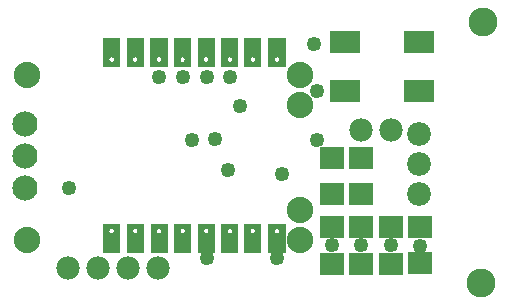
<source format=gts>
G04 MADE WITH FRITZING*
G04 WWW.FRITZING.ORG*
G04 DOUBLE SIDED*
G04 HOLES PLATED*
G04 CONTOUR ON CENTER OF CONTOUR VECTOR*
%ASAXBY*%
%FSLAX23Y23*%
%MOIN*%
%OFA0B0*%
%SFA1.0B1.0*%
%ADD10C,0.049370*%
%ADD11C,0.096614*%
%ADD12C,0.088000*%
%ADD13C,0.077559*%
%ADD14C,0.079444*%
%ADD15C,0.084000*%
%ADD16R,0.084803X0.072992*%
%ADD17R,0.100551X0.072992*%
%ADD18R,0.001000X0.001000*%
%LNMASK1*%
G90*
G70*
G54D10*
X199Y391D03*
X1026Y715D03*
X1026Y553D03*
G54D11*
X1577Y946D03*
X1572Y75D03*
G54D12*
X58Y218D03*
X58Y770D03*
X967Y218D03*
X967Y318D03*
X967Y670D03*
X967Y770D03*
X58Y218D03*
X58Y770D03*
X967Y218D03*
X967Y318D03*
X967Y670D03*
X967Y770D03*
G54D13*
X1273Y587D03*
X1173Y587D03*
G54D14*
X1365Y374D03*
X1365Y474D03*
X1365Y574D03*
X1365Y374D03*
X1365Y474D03*
X1365Y574D03*
G54D10*
X730Y454D03*
X1075Y203D03*
X686Y555D03*
X657Y764D03*
X499Y764D03*
X578Y764D03*
X1370Y198D03*
X893Y159D03*
X607Y553D03*
X735Y764D03*
X657Y159D03*
X1016Y873D03*
X908Y440D03*
X1173Y203D03*
X1272Y203D03*
G54D13*
X196Y125D03*
X296Y125D03*
X396Y125D03*
X496Y125D03*
G54D15*
X51Y606D03*
X51Y499D03*
X51Y392D03*
X51Y606D03*
X51Y499D03*
X51Y392D03*
G54D10*
X770Y666D03*
G54D16*
X1075Y140D03*
X1075Y262D03*
X1173Y140D03*
X1173Y262D03*
X1173Y372D03*
X1173Y494D03*
X1272Y140D03*
X1272Y262D03*
X1370Y263D03*
X1370Y141D03*
X1075Y372D03*
X1075Y494D03*
G54D17*
X1117Y878D03*
X1365Y878D03*
X1117Y715D03*
X1365Y715D03*
G54D18*
X313Y893D02*
X369Y893D01*
X392Y893D02*
X448Y893D01*
X471Y893D02*
X527Y893D01*
X549Y893D02*
X605Y893D01*
X628Y893D02*
X684Y893D01*
X707Y893D02*
X763Y893D01*
X783Y893D02*
X839Y893D01*
X864Y893D02*
X920Y893D01*
X313Y892D02*
X369Y892D01*
X392Y892D02*
X448Y892D01*
X470Y892D02*
X527Y892D01*
X549Y892D02*
X605Y892D01*
X628Y892D02*
X684Y892D01*
X707Y892D02*
X763Y892D01*
X783Y892D02*
X839Y892D01*
X864Y892D02*
X920Y892D01*
X313Y891D02*
X369Y891D01*
X392Y891D02*
X448Y891D01*
X470Y891D02*
X527Y891D01*
X549Y891D02*
X605Y891D01*
X628Y891D02*
X684Y891D01*
X707Y891D02*
X763Y891D01*
X783Y891D02*
X839Y891D01*
X864Y891D02*
X920Y891D01*
X313Y890D02*
X369Y890D01*
X392Y890D02*
X448Y890D01*
X470Y890D02*
X527Y890D01*
X549Y890D02*
X605Y890D01*
X628Y890D02*
X684Y890D01*
X707Y890D02*
X763Y890D01*
X783Y890D02*
X839Y890D01*
X864Y890D02*
X920Y890D01*
X313Y889D02*
X369Y889D01*
X392Y889D02*
X448Y889D01*
X470Y889D02*
X527Y889D01*
X549Y889D02*
X605Y889D01*
X628Y889D02*
X684Y889D01*
X707Y889D02*
X763Y889D01*
X783Y889D02*
X839Y889D01*
X864Y889D02*
X920Y889D01*
X313Y888D02*
X369Y888D01*
X392Y888D02*
X448Y888D01*
X470Y888D02*
X527Y888D01*
X549Y888D02*
X605Y888D01*
X628Y888D02*
X684Y888D01*
X707Y888D02*
X763Y888D01*
X783Y888D02*
X839Y888D01*
X864Y888D02*
X920Y888D01*
X313Y887D02*
X369Y887D01*
X392Y887D02*
X448Y887D01*
X470Y887D02*
X527Y887D01*
X549Y887D02*
X605Y887D01*
X628Y887D02*
X684Y887D01*
X707Y887D02*
X763Y887D01*
X783Y887D02*
X839Y887D01*
X864Y887D02*
X920Y887D01*
X313Y886D02*
X369Y886D01*
X392Y886D02*
X448Y886D01*
X470Y886D02*
X527Y886D01*
X549Y886D02*
X605Y886D01*
X628Y886D02*
X684Y886D01*
X707Y886D02*
X763Y886D01*
X783Y886D02*
X839Y886D01*
X864Y886D02*
X920Y886D01*
X313Y885D02*
X369Y885D01*
X392Y885D02*
X448Y885D01*
X470Y885D02*
X527Y885D01*
X549Y885D02*
X605Y885D01*
X628Y885D02*
X684Y885D01*
X707Y885D02*
X763Y885D01*
X783Y885D02*
X839Y885D01*
X864Y885D02*
X920Y885D01*
X313Y884D02*
X369Y884D01*
X392Y884D02*
X448Y884D01*
X470Y884D02*
X527Y884D01*
X549Y884D02*
X605Y884D01*
X628Y884D02*
X684Y884D01*
X707Y884D02*
X763Y884D01*
X783Y884D02*
X839Y884D01*
X864Y884D02*
X920Y884D01*
X313Y883D02*
X369Y883D01*
X392Y883D02*
X448Y883D01*
X470Y883D02*
X527Y883D01*
X549Y883D02*
X605Y883D01*
X628Y883D02*
X684Y883D01*
X707Y883D02*
X763Y883D01*
X783Y883D02*
X839Y883D01*
X864Y883D02*
X920Y883D01*
X313Y882D02*
X369Y882D01*
X392Y882D02*
X448Y882D01*
X470Y882D02*
X527Y882D01*
X549Y882D02*
X605Y882D01*
X628Y882D02*
X684Y882D01*
X707Y882D02*
X763Y882D01*
X783Y882D02*
X839Y882D01*
X864Y882D02*
X920Y882D01*
X313Y881D02*
X369Y881D01*
X392Y881D02*
X448Y881D01*
X470Y881D02*
X527Y881D01*
X549Y881D02*
X605Y881D01*
X628Y881D02*
X684Y881D01*
X707Y881D02*
X763Y881D01*
X783Y881D02*
X839Y881D01*
X864Y881D02*
X920Y881D01*
X313Y880D02*
X369Y880D01*
X392Y880D02*
X448Y880D01*
X470Y880D02*
X527Y880D01*
X549Y880D02*
X605Y880D01*
X628Y880D02*
X684Y880D01*
X707Y880D02*
X763Y880D01*
X783Y880D02*
X839Y880D01*
X864Y880D02*
X920Y880D01*
X313Y879D02*
X369Y879D01*
X392Y879D02*
X448Y879D01*
X470Y879D02*
X527Y879D01*
X549Y879D02*
X605Y879D01*
X628Y879D02*
X684Y879D01*
X707Y879D02*
X763Y879D01*
X783Y879D02*
X839Y879D01*
X864Y879D02*
X920Y879D01*
X313Y878D02*
X369Y878D01*
X392Y878D02*
X448Y878D01*
X470Y878D02*
X527Y878D01*
X549Y878D02*
X605Y878D01*
X628Y878D02*
X684Y878D01*
X707Y878D02*
X763Y878D01*
X783Y878D02*
X839Y878D01*
X864Y878D02*
X920Y878D01*
X313Y877D02*
X369Y877D01*
X392Y877D02*
X448Y877D01*
X470Y877D02*
X527Y877D01*
X549Y877D02*
X605Y877D01*
X628Y877D02*
X684Y877D01*
X707Y877D02*
X763Y877D01*
X783Y877D02*
X839Y877D01*
X864Y877D02*
X920Y877D01*
X313Y876D02*
X369Y876D01*
X392Y876D02*
X448Y876D01*
X470Y876D02*
X527Y876D01*
X549Y876D02*
X605Y876D01*
X628Y876D02*
X684Y876D01*
X707Y876D02*
X763Y876D01*
X783Y876D02*
X839Y876D01*
X864Y876D02*
X920Y876D01*
X313Y875D02*
X369Y875D01*
X392Y875D02*
X448Y875D01*
X470Y875D02*
X527Y875D01*
X549Y875D02*
X605Y875D01*
X628Y875D02*
X684Y875D01*
X707Y875D02*
X763Y875D01*
X783Y875D02*
X839Y875D01*
X864Y875D02*
X920Y875D01*
X313Y874D02*
X369Y874D01*
X392Y874D02*
X448Y874D01*
X470Y874D02*
X527Y874D01*
X549Y874D02*
X605Y874D01*
X628Y874D02*
X684Y874D01*
X707Y874D02*
X763Y874D01*
X783Y874D02*
X839Y874D01*
X864Y874D02*
X920Y874D01*
X313Y873D02*
X369Y873D01*
X392Y873D02*
X448Y873D01*
X470Y873D02*
X527Y873D01*
X549Y873D02*
X605Y873D01*
X628Y873D02*
X684Y873D01*
X707Y873D02*
X763Y873D01*
X783Y873D02*
X839Y873D01*
X864Y873D02*
X920Y873D01*
X313Y872D02*
X369Y872D01*
X392Y872D02*
X448Y872D01*
X470Y872D02*
X527Y872D01*
X549Y872D02*
X605Y872D01*
X628Y872D02*
X684Y872D01*
X707Y872D02*
X763Y872D01*
X783Y872D02*
X839Y872D01*
X864Y872D02*
X920Y872D01*
X313Y871D02*
X369Y871D01*
X392Y871D02*
X448Y871D01*
X470Y871D02*
X527Y871D01*
X549Y871D02*
X605Y871D01*
X628Y871D02*
X684Y871D01*
X707Y871D02*
X763Y871D01*
X783Y871D02*
X839Y871D01*
X864Y871D02*
X920Y871D01*
X313Y870D02*
X369Y870D01*
X392Y870D02*
X448Y870D01*
X470Y870D02*
X527Y870D01*
X549Y870D02*
X605Y870D01*
X628Y870D02*
X684Y870D01*
X707Y870D02*
X763Y870D01*
X783Y870D02*
X839Y870D01*
X864Y870D02*
X920Y870D01*
X313Y869D02*
X369Y869D01*
X392Y869D02*
X448Y869D01*
X470Y869D02*
X527Y869D01*
X549Y869D02*
X605Y869D01*
X628Y869D02*
X684Y869D01*
X707Y869D02*
X763Y869D01*
X783Y869D02*
X839Y869D01*
X864Y869D02*
X920Y869D01*
X313Y868D02*
X369Y868D01*
X392Y868D02*
X448Y868D01*
X470Y868D02*
X527Y868D01*
X549Y868D02*
X605Y868D01*
X628Y868D02*
X684Y868D01*
X707Y868D02*
X763Y868D01*
X783Y868D02*
X839Y868D01*
X864Y868D02*
X920Y868D01*
X313Y867D02*
X369Y867D01*
X392Y867D02*
X448Y867D01*
X470Y867D02*
X527Y867D01*
X549Y867D02*
X605Y867D01*
X628Y867D02*
X684Y867D01*
X707Y867D02*
X763Y867D01*
X783Y867D02*
X839Y867D01*
X864Y867D02*
X920Y867D01*
X313Y866D02*
X369Y866D01*
X392Y866D02*
X448Y866D01*
X470Y866D02*
X527Y866D01*
X549Y866D02*
X605Y866D01*
X628Y866D02*
X684Y866D01*
X707Y866D02*
X763Y866D01*
X783Y866D02*
X839Y866D01*
X864Y866D02*
X920Y866D01*
X313Y865D02*
X369Y865D01*
X392Y865D02*
X448Y865D01*
X470Y865D02*
X527Y865D01*
X549Y865D02*
X605Y865D01*
X628Y865D02*
X684Y865D01*
X707Y865D02*
X763Y865D01*
X783Y865D02*
X839Y865D01*
X864Y865D02*
X920Y865D01*
X313Y864D02*
X369Y864D01*
X392Y864D02*
X448Y864D01*
X470Y864D02*
X527Y864D01*
X549Y864D02*
X605Y864D01*
X628Y864D02*
X684Y864D01*
X707Y864D02*
X763Y864D01*
X783Y864D02*
X839Y864D01*
X864Y864D02*
X920Y864D01*
X313Y863D02*
X369Y863D01*
X392Y863D02*
X448Y863D01*
X470Y863D02*
X527Y863D01*
X549Y863D02*
X605Y863D01*
X628Y863D02*
X684Y863D01*
X707Y863D02*
X763Y863D01*
X783Y863D02*
X839Y863D01*
X864Y863D02*
X920Y863D01*
X313Y862D02*
X369Y862D01*
X392Y862D02*
X448Y862D01*
X470Y862D02*
X527Y862D01*
X549Y862D02*
X605Y862D01*
X628Y862D02*
X684Y862D01*
X707Y862D02*
X763Y862D01*
X783Y862D02*
X839Y862D01*
X864Y862D02*
X920Y862D01*
X313Y861D02*
X369Y861D01*
X392Y861D02*
X448Y861D01*
X470Y861D02*
X527Y861D01*
X549Y861D02*
X605Y861D01*
X628Y861D02*
X684Y861D01*
X707Y861D02*
X763Y861D01*
X783Y861D02*
X839Y861D01*
X864Y861D02*
X920Y861D01*
X313Y860D02*
X369Y860D01*
X392Y860D02*
X448Y860D01*
X470Y860D02*
X527Y860D01*
X549Y860D02*
X605Y860D01*
X628Y860D02*
X684Y860D01*
X707Y860D02*
X763Y860D01*
X783Y860D02*
X839Y860D01*
X864Y860D02*
X920Y860D01*
X313Y859D02*
X369Y859D01*
X392Y859D02*
X448Y859D01*
X470Y859D02*
X527Y859D01*
X549Y859D02*
X605Y859D01*
X628Y859D02*
X684Y859D01*
X707Y859D02*
X763Y859D01*
X783Y859D02*
X839Y859D01*
X864Y859D02*
X920Y859D01*
X313Y858D02*
X369Y858D01*
X392Y858D02*
X448Y858D01*
X470Y858D02*
X527Y858D01*
X549Y858D02*
X605Y858D01*
X628Y858D02*
X684Y858D01*
X707Y858D02*
X763Y858D01*
X783Y858D02*
X839Y858D01*
X864Y858D02*
X920Y858D01*
X313Y857D02*
X369Y857D01*
X392Y857D02*
X448Y857D01*
X470Y857D02*
X527Y857D01*
X549Y857D02*
X605Y857D01*
X628Y857D02*
X684Y857D01*
X707Y857D02*
X763Y857D01*
X783Y857D02*
X839Y857D01*
X864Y857D02*
X920Y857D01*
X313Y856D02*
X369Y856D01*
X392Y856D02*
X448Y856D01*
X470Y856D02*
X527Y856D01*
X549Y856D02*
X605Y856D01*
X628Y856D02*
X684Y856D01*
X707Y856D02*
X763Y856D01*
X783Y856D02*
X839Y856D01*
X864Y856D02*
X920Y856D01*
X313Y855D02*
X369Y855D01*
X392Y855D02*
X448Y855D01*
X470Y855D02*
X527Y855D01*
X549Y855D02*
X605Y855D01*
X628Y855D02*
X684Y855D01*
X707Y855D02*
X763Y855D01*
X783Y855D02*
X839Y855D01*
X864Y855D02*
X920Y855D01*
X313Y854D02*
X369Y854D01*
X392Y854D02*
X448Y854D01*
X470Y854D02*
X527Y854D01*
X549Y854D02*
X605Y854D01*
X628Y854D02*
X684Y854D01*
X707Y854D02*
X763Y854D01*
X783Y854D02*
X839Y854D01*
X864Y854D02*
X920Y854D01*
X313Y853D02*
X369Y853D01*
X392Y853D02*
X448Y853D01*
X470Y853D02*
X527Y853D01*
X549Y853D02*
X605Y853D01*
X628Y853D02*
X684Y853D01*
X707Y853D02*
X763Y853D01*
X783Y853D02*
X839Y853D01*
X864Y853D02*
X920Y853D01*
X313Y852D02*
X369Y852D01*
X392Y852D02*
X448Y852D01*
X470Y852D02*
X527Y852D01*
X549Y852D02*
X605Y852D01*
X628Y852D02*
X684Y852D01*
X707Y852D02*
X763Y852D01*
X783Y852D02*
X839Y852D01*
X864Y852D02*
X920Y852D01*
X313Y851D02*
X369Y851D01*
X392Y851D02*
X448Y851D01*
X470Y851D02*
X527Y851D01*
X549Y851D02*
X605Y851D01*
X628Y851D02*
X684Y851D01*
X707Y851D02*
X763Y851D01*
X783Y851D02*
X839Y851D01*
X864Y851D02*
X920Y851D01*
X313Y850D02*
X369Y850D01*
X392Y850D02*
X448Y850D01*
X470Y850D02*
X527Y850D01*
X549Y850D02*
X605Y850D01*
X628Y850D02*
X684Y850D01*
X707Y850D02*
X763Y850D01*
X783Y850D02*
X839Y850D01*
X864Y850D02*
X920Y850D01*
X313Y849D02*
X369Y849D01*
X392Y849D02*
X448Y849D01*
X470Y849D02*
X527Y849D01*
X549Y849D02*
X605Y849D01*
X628Y849D02*
X684Y849D01*
X707Y849D02*
X763Y849D01*
X783Y849D02*
X839Y849D01*
X864Y849D02*
X920Y849D01*
X313Y848D02*
X369Y848D01*
X392Y848D02*
X448Y848D01*
X470Y848D02*
X527Y848D01*
X549Y848D02*
X605Y848D01*
X628Y848D02*
X684Y848D01*
X707Y848D02*
X763Y848D01*
X783Y848D02*
X839Y848D01*
X864Y848D02*
X920Y848D01*
X313Y847D02*
X369Y847D01*
X392Y847D02*
X448Y847D01*
X470Y847D02*
X527Y847D01*
X549Y847D02*
X605Y847D01*
X628Y847D02*
X684Y847D01*
X707Y847D02*
X763Y847D01*
X783Y847D02*
X839Y847D01*
X864Y847D02*
X920Y847D01*
X313Y846D02*
X369Y846D01*
X392Y846D02*
X448Y846D01*
X470Y846D02*
X527Y846D01*
X549Y846D02*
X605Y846D01*
X628Y846D02*
X684Y846D01*
X707Y846D02*
X763Y846D01*
X783Y846D02*
X839Y846D01*
X864Y846D02*
X920Y846D01*
X313Y845D02*
X369Y845D01*
X392Y845D02*
X448Y845D01*
X470Y845D02*
X527Y845D01*
X549Y845D02*
X605Y845D01*
X628Y845D02*
X684Y845D01*
X707Y845D02*
X763Y845D01*
X783Y845D02*
X839Y845D01*
X864Y845D02*
X920Y845D01*
X313Y844D02*
X369Y844D01*
X392Y844D02*
X448Y844D01*
X470Y844D02*
X527Y844D01*
X549Y844D02*
X605Y844D01*
X628Y844D02*
X684Y844D01*
X707Y844D02*
X763Y844D01*
X783Y844D02*
X839Y844D01*
X864Y844D02*
X920Y844D01*
X313Y843D02*
X369Y843D01*
X392Y843D02*
X448Y843D01*
X470Y843D02*
X527Y843D01*
X549Y843D02*
X605Y843D01*
X628Y843D02*
X684Y843D01*
X707Y843D02*
X763Y843D01*
X783Y843D02*
X839Y843D01*
X864Y843D02*
X920Y843D01*
X313Y842D02*
X369Y842D01*
X392Y842D02*
X448Y842D01*
X470Y842D02*
X527Y842D01*
X549Y842D02*
X605Y842D01*
X628Y842D02*
X684Y842D01*
X707Y842D02*
X763Y842D01*
X783Y842D02*
X839Y842D01*
X864Y842D02*
X920Y842D01*
X313Y841D02*
X369Y841D01*
X392Y841D02*
X448Y841D01*
X470Y841D02*
X527Y841D01*
X549Y841D02*
X605Y841D01*
X628Y841D02*
X684Y841D01*
X707Y841D02*
X763Y841D01*
X783Y841D02*
X839Y841D01*
X864Y841D02*
X920Y841D01*
X313Y840D02*
X369Y840D01*
X392Y840D02*
X448Y840D01*
X470Y840D02*
X527Y840D01*
X549Y840D02*
X605Y840D01*
X628Y840D02*
X684Y840D01*
X707Y840D02*
X763Y840D01*
X783Y840D02*
X839Y840D01*
X864Y840D02*
X920Y840D01*
X313Y839D02*
X369Y839D01*
X392Y839D02*
X448Y839D01*
X470Y839D02*
X527Y839D01*
X549Y839D02*
X605Y839D01*
X628Y839D02*
X684Y839D01*
X707Y839D02*
X763Y839D01*
X783Y839D02*
X839Y839D01*
X864Y839D02*
X920Y839D01*
X313Y838D02*
X369Y838D01*
X392Y838D02*
X448Y838D01*
X470Y838D02*
X527Y838D01*
X549Y838D02*
X605Y838D01*
X628Y838D02*
X684Y838D01*
X707Y838D02*
X763Y838D01*
X783Y838D02*
X839Y838D01*
X864Y838D02*
X920Y838D01*
X313Y837D02*
X369Y837D01*
X392Y837D02*
X448Y837D01*
X470Y837D02*
X527Y837D01*
X549Y837D02*
X605Y837D01*
X628Y837D02*
X684Y837D01*
X707Y837D02*
X763Y837D01*
X783Y837D02*
X839Y837D01*
X864Y837D02*
X920Y837D01*
X313Y836D02*
X369Y836D01*
X392Y836D02*
X448Y836D01*
X470Y836D02*
X527Y836D01*
X549Y836D02*
X605Y836D01*
X628Y836D02*
X684Y836D01*
X707Y836D02*
X763Y836D01*
X783Y836D02*
X839Y836D01*
X864Y836D02*
X920Y836D01*
X313Y835D02*
X369Y835D01*
X392Y835D02*
X448Y835D01*
X470Y835D02*
X527Y835D01*
X549Y835D02*
X605Y835D01*
X628Y835D02*
X684Y835D01*
X707Y835D02*
X763Y835D01*
X783Y835D02*
X839Y835D01*
X864Y835D02*
X920Y835D01*
X313Y834D02*
X369Y834D01*
X392Y834D02*
X448Y834D01*
X470Y834D02*
X527Y834D01*
X549Y834D02*
X605Y834D01*
X628Y834D02*
X684Y834D01*
X707Y834D02*
X763Y834D01*
X783Y834D02*
X839Y834D01*
X864Y834D02*
X920Y834D01*
X313Y833D02*
X369Y833D01*
X392Y833D02*
X448Y833D01*
X470Y833D02*
X527Y833D01*
X549Y833D02*
X605Y833D01*
X628Y833D02*
X684Y833D01*
X707Y833D02*
X763Y833D01*
X783Y833D02*
X839Y833D01*
X864Y833D02*
X920Y833D01*
X313Y832D02*
X369Y832D01*
X392Y832D02*
X448Y832D01*
X470Y832D02*
X527Y832D01*
X549Y832D02*
X605Y832D01*
X628Y832D02*
X684Y832D01*
X707Y832D02*
X763Y832D01*
X783Y832D02*
X839Y832D01*
X864Y832D02*
X920Y832D01*
X313Y831D02*
X369Y831D01*
X392Y831D02*
X448Y831D01*
X470Y831D02*
X527Y831D01*
X549Y831D02*
X605Y831D01*
X628Y831D02*
X684Y831D01*
X707Y831D02*
X763Y831D01*
X783Y831D02*
X839Y831D01*
X864Y831D02*
X920Y831D01*
X313Y830D02*
X369Y830D01*
X392Y830D02*
X448Y830D01*
X470Y830D02*
X527Y830D01*
X549Y830D02*
X605Y830D01*
X628Y830D02*
X684Y830D01*
X707Y830D02*
X763Y830D01*
X783Y830D02*
X839Y830D01*
X864Y830D02*
X920Y830D01*
X313Y829D02*
X369Y829D01*
X392Y829D02*
X448Y829D01*
X470Y829D02*
X527Y829D01*
X549Y829D02*
X605Y829D01*
X628Y829D02*
X684Y829D01*
X707Y829D02*
X763Y829D01*
X783Y829D02*
X839Y829D01*
X864Y829D02*
X920Y829D01*
X313Y828D02*
X369Y828D01*
X392Y828D02*
X448Y828D01*
X470Y828D02*
X527Y828D01*
X549Y828D02*
X605Y828D01*
X628Y828D02*
X684Y828D01*
X707Y828D02*
X763Y828D01*
X783Y828D02*
X839Y828D01*
X864Y828D02*
X920Y828D01*
X313Y827D02*
X338Y827D01*
X344Y827D02*
X369Y827D01*
X392Y827D02*
X417Y827D01*
X422Y827D02*
X448Y827D01*
X470Y827D02*
X496Y827D01*
X501Y827D02*
X527Y827D01*
X549Y827D02*
X575Y827D01*
X580Y827D02*
X605Y827D01*
X628Y827D02*
X653Y827D01*
X659Y827D02*
X684Y827D01*
X707Y827D02*
X732Y827D01*
X737Y827D02*
X763Y827D01*
X783Y827D02*
X809Y827D01*
X814Y827D02*
X839Y827D01*
X864Y827D02*
X890Y827D01*
X895Y827D02*
X920Y827D01*
X313Y826D02*
X336Y826D01*
X346Y826D02*
X369Y826D01*
X392Y826D02*
X415Y826D01*
X424Y826D02*
X448Y826D01*
X470Y826D02*
X494Y826D01*
X503Y826D02*
X527Y826D01*
X549Y826D02*
X573Y826D01*
X582Y826D02*
X605Y826D01*
X628Y826D02*
X651Y826D01*
X661Y826D02*
X684Y826D01*
X707Y826D02*
X730Y826D01*
X739Y826D02*
X763Y826D01*
X783Y826D02*
X807Y826D01*
X816Y826D02*
X839Y826D01*
X864Y826D02*
X888Y826D01*
X897Y826D02*
X920Y826D01*
X313Y825D02*
X335Y825D01*
X347Y825D02*
X369Y825D01*
X392Y825D02*
X414Y825D01*
X426Y825D02*
X448Y825D01*
X470Y825D02*
X493Y825D01*
X504Y825D02*
X527Y825D01*
X549Y825D02*
X572Y825D01*
X583Y825D02*
X605Y825D01*
X628Y825D02*
X650Y825D01*
X662Y825D02*
X684Y825D01*
X707Y825D02*
X729Y825D01*
X740Y825D02*
X763Y825D01*
X783Y825D02*
X806Y825D01*
X817Y825D02*
X839Y825D01*
X864Y825D02*
X886Y825D01*
X898Y825D02*
X920Y825D01*
X313Y824D02*
X335Y824D01*
X348Y824D02*
X369Y824D01*
X392Y824D02*
X413Y824D01*
X426Y824D02*
X448Y824D01*
X470Y824D02*
X492Y824D01*
X505Y824D02*
X527Y824D01*
X549Y824D02*
X571Y824D01*
X584Y824D02*
X605Y824D01*
X628Y824D02*
X649Y824D01*
X663Y824D02*
X684Y824D01*
X707Y824D02*
X728Y824D01*
X741Y824D02*
X763Y824D01*
X783Y824D02*
X805Y824D01*
X818Y824D02*
X839Y824D01*
X864Y824D02*
X886Y824D01*
X899Y824D02*
X920Y824D01*
X313Y823D02*
X334Y823D01*
X348Y823D02*
X369Y823D01*
X392Y823D02*
X413Y823D01*
X427Y823D02*
X448Y823D01*
X470Y823D02*
X491Y823D01*
X506Y823D02*
X527Y823D01*
X549Y823D02*
X570Y823D01*
X584Y823D02*
X605Y823D01*
X628Y823D02*
X649Y823D01*
X663Y823D02*
X684Y823D01*
X707Y823D02*
X728Y823D01*
X742Y823D02*
X763Y823D01*
X783Y823D02*
X804Y823D01*
X818Y823D02*
X839Y823D01*
X864Y823D02*
X885Y823D01*
X899Y823D02*
X920Y823D01*
X313Y822D02*
X334Y822D01*
X349Y822D02*
X369Y822D01*
X392Y822D02*
X412Y822D01*
X427Y822D02*
X448Y822D01*
X470Y822D02*
X491Y822D01*
X506Y822D02*
X527Y822D01*
X549Y822D02*
X570Y822D01*
X585Y822D02*
X605Y822D01*
X628Y822D02*
X649Y822D01*
X663Y822D02*
X684Y822D01*
X707Y822D02*
X727Y822D01*
X742Y822D02*
X763Y822D01*
X783Y822D02*
X804Y822D01*
X819Y822D02*
X839Y822D01*
X864Y822D02*
X885Y822D01*
X900Y822D02*
X920Y822D01*
X313Y821D02*
X333Y821D01*
X349Y821D02*
X369Y821D01*
X392Y821D02*
X412Y821D01*
X427Y821D02*
X448Y821D01*
X470Y821D02*
X491Y821D01*
X506Y821D02*
X527Y821D01*
X549Y821D02*
X570Y821D01*
X585Y821D02*
X605Y821D01*
X628Y821D02*
X648Y821D01*
X664Y821D02*
X684Y821D01*
X707Y821D02*
X727Y821D01*
X742Y821D02*
X763Y821D01*
X783Y821D02*
X804Y821D01*
X819Y821D02*
X839Y821D01*
X864Y821D02*
X885Y821D01*
X900Y821D02*
X920Y821D01*
X313Y820D02*
X333Y820D01*
X349Y820D02*
X369Y820D01*
X392Y820D02*
X412Y820D01*
X427Y820D02*
X448Y820D01*
X470Y820D02*
X491Y820D01*
X506Y820D02*
X527Y820D01*
X549Y820D02*
X570Y820D01*
X585Y820D02*
X605Y820D01*
X628Y820D02*
X648Y820D01*
X664Y820D02*
X684Y820D01*
X707Y820D02*
X727Y820D01*
X742Y820D02*
X763Y820D01*
X783Y820D02*
X804Y820D01*
X819Y820D02*
X839Y820D01*
X864Y820D02*
X885Y820D01*
X900Y820D02*
X920Y820D01*
X313Y819D02*
X333Y819D01*
X349Y819D02*
X369Y819D01*
X392Y819D02*
X412Y819D01*
X427Y819D02*
X448Y819D01*
X470Y819D02*
X491Y819D01*
X506Y819D02*
X527Y819D01*
X549Y819D02*
X570Y819D01*
X585Y819D02*
X605Y819D01*
X628Y819D02*
X648Y819D01*
X664Y819D02*
X684Y819D01*
X707Y819D02*
X727Y819D01*
X742Y819D02*
X763Y819D01*
X783Y819D02*
X804Y819D01*
X819Y819D02*
X839Y819D01*
X864Y819D02*
X885Y819D01*
X900Y819D02*
X920Y819D01*
X313Y818D02*
X334Y818D01*
X348Y818D02*
X369Y818D01*
X392Y818D02*
X412Y818D01*
X427Y818D02*
X448Y818D01*
X470Y818D02*
X491Y818D01*
X506Y818D02*
X527Y818D01*
X549Y818D02*
X570Y818D01*
X585Y818D02*
X605Y818D01*
X628Y818D02*
X649Y818D01*
X663Y818D02*
X684Y818D01*
X707Y818D02*
X727Y818D01*
X742Y818D02*
X763Y818D01*
X783Y818D02*
X804Y818D01*
X819Y818D02*
X839Y818D01*
X864Y818D02*
X885Y818D01*
X900Y818D02*
X920Y818D01*
X313Y817D02*
X334Y817D01*
X348Y817D02*
X369Y817D01*
X392Y817D02*
X413Y817D01*
X427Y817D02*
X448Y817D01*
X470Y817D02*
X492Y817D01*
X506Y817D02*
X527Y817D01*
X549Y817D02*
X570Y817D01*
X584Y817D02*
X605Y817D01*
X628Y817D02*
X649Y817D01*
X663Y817D02*
X684Y817D01*
X707Y817D02*
X728Y817D01*
X742Y817D02*
X763Y817D01*
X783Y817D02*
X804Y817D01*
X818Y817D02*
X839Y817D01*
X864Y817D02*
X885Y817D01*
X899Y817D02*
X920Y817D01*
X313Y816D02*
X335Y816D01*
X347Y816D02*
X369Y816D01*
X392Y816D02*
X414Y816D01*
X426Y816D02*
X448Y816D01*
X470Y816D02*
X492Y816D01*
X505Y816D02*
X527Y816D01*
X549Y816D02*
X571Y816D01*
X584Y816D02*
X605Y816D01*
X628Y816D02*
X650Y816D01*
X662Y816D02*
X684Y816D01*
X707Y816D02*
X728Y816D01*
X741Y816D02*
X763Y816D01*
X783Y816D02*
X805Y816D01*
X818Y816D02*
X839Y816D01*
X864Y816D02*
X886Y816D01*
X899Y816D02*
X920Y816D01*
X313Y815D02*
X336Y815D01*
X346Y815D02*
X369Y815D01*
X392Y815D02*
X414Y815D01*
X425Y815D02*
X448Y815D01*
X470Y815D02*
X493Y815D01*
X504Y815D02*
X527Y815D01*
X549Y815D02*
X572Y815D01*
X583Y815D02*
X605Y815D01*
X628Y815D02*
X651Y815D01*
X661Y815D02*
X684Y815D01*
X707Y815D02*
X729Y815D01*
X740Y815D02*
X763Y815D01*
X783Y815D02*
X806Y815D01*
X817Y815D02*
X839Y815D01*
X864Y815D02*
X887Y815D01*
X898Y815D02*
X920Y815D01*
X313Y814D02*
X337Y814D01*
X345Y814D02*
X369Y814D01*
X392Y814D02*
X416Y814D01*
X424Y814D02*
X448Y814D01*
X470Y814D02*
X494Y814D01*
X503Y814D02*
X527Y814D01*
X549Y814D02*
X573Y814D01*
X581Y814D02*
X605Y814D01*
X628Y814D02*
X652Y814D01*
X660Y814D02*
X684Y814D01*
X707Y814D02*
X731Y814D01*
X739Y814D02*
X763Y814D01*
X783Y814D02*
X807Y814D01*
X815Y814D02*
X839Y814D01*
X864Y814D02*
X888Y814D01*
X896Y814D02*
X920Y814D01*
X313Y813D02*
X369Y813D01*
X392Y813D02*
X448Y813D01*
X470Y813D02*
X527Y813D01*
X549Y813D02*
X605Y813D01*
X628Y813D02*
X684Y813D01*
X707Y813D02*
X763Y813D01*
X783Y813D02*
X839Y813D01*
X864Y813D02*
X920Y813D01*
X313Y812D02*
X369Y812D01*
X392Y812D02*
X448Y812D01*
X470Y812D02*
X527Y812D01*
X549Y812D02*
X605Y812D01*
X628Y812D02*
X684Y812D01*
X707Y812D02*
X763Y812D01*
X783Y812D02*
X839Y812D01*
X864Y812D02*
X920Y812D01*
X313Y811D02*
X369Y811D01*
X392Y811D02*
X448Y811D01*
X470Y811D02*
X527Y811D01*
X549Y811D02*
X605Y811D01*
X628Y811D02*
X684Y811D01*
X707Y811D02*
X763Y811D01*
X783Y811D02*
X839Y811D01*
X864Y811D02*
X920Y811D01*
X313Y810D02*
X369Y810D01*
X392Y810D02*
X448Y810D01*
X470Y810D02*
X527Y810D01*
X549Y810D02*
X605Y810D01*
X628Y810D02*
X684Y810D01*
X707Y810D02*
X763Y810D01*
X783Y810D02*
X839Y810D01*
X864Y810D02*
X920Y810D01*
X313Y809D02*
X369Y809D01*
X392Y809D02*
X448Y809D01*
X470Y809D02*
X527Y809D01*
X549Y809D02*
X605Y809D01*
X628Y809D02*
X684Y809D01*
X707Y809D02*
X763Y809D01*
X783Y809D02*
X839Y809D01*
X864Y809D02*
X920Y809D01*
X313Y808D02*
X369Y808D01*
X392Y808D02*
X448Y808D01*
X470Y808D02*
X527Y808D01*
X549Y808D02*
X605Y808D01*
X628Y808D02*
X684Y808D01*
X707Y808D02*
X763Y808D01*
X783Y808D02*
X839Y808D01*
X864Y808D02*
X920Y808D01*
X313Y807D02*
X369Y807D01*
X392Y807D02*
X448Y807D01*
X470Y807D02*
X527Y807D01*
X549Y807D02*
X605Y807D01*
X628Y807D02*
X684Y807D01*
X707Y807D02*
X763Y807D01*
X783Y807D02*
X839Y807D01*
X864Y807D02*
X920Y807D01*
X313Y806D02*
X369Y806D01*
X392Y806D02*
X448Y806D01*
X470Y806D02*
X527Y806D01*
X549Y806D02*
X605Y806D01*
X628Y806D02*
X684Y806D01*
X707Y806D02*
X763Y806D01*
X783Y806D02*
X839Y806D01*
X864Y806D02*
X920Y806D01*
X313Y805D02*
X369Y805D01*
X392Y805D02*
X448Y805D01*
X470Y805D02*
X527Y805D01*
X549Y805D02*
X605Y805D01*
X628Y805D02*
X684Y805D01*
X707Y805D02*
X763Y805D01*
X783Y805D02*
X839Y805D01*
X864Y805D02*
X920Y805D01*
X313Y804D02*
X369Y804D01*
X392Y804D02*
X448Y804D01*
X470Y804D02*
X527Y804D01*
X549Y804D02*
X605Y804D01*
X628Y804D02*
X684Y804D01*
X707Y804D02*
X763Y804D01*
X783Y804D02*
X839Y804D01*
X864Y804D02*
X920Y804D01*
X313Y803D02*
X369Y803D01*
X392Y803D02*
X448Y803D01*
X470Y803D02*
X527Y803D01*
X549Y803D02*
X605Y803D01*
X628Y803D02*
X684Y803D01*
X707Y803D02*
X763Y803D01*
X783Y803D02*
X839Y803D01*
X864Y803D02*
X920Y803D01*
X313Y802D02*
X369Y802D01*
X392Y802D02*
X448Y802D01*
X470Y802D02*
X527Y802D01*
X549Y802D02*
X605Y802D01*
X628Y802D02*
X684Y802D01*
X707Y802D02*
X763Y802D01*
X783Y802D02*
X839Y802D01*
X864Y802D02*
X920Y802D01*
X313Y801D02*
X369Y801D01*
X392Y801D02*
X448Y801D01*
X470Y801D02*
X527Y801D01*
X549Y801D02*
X605Y801D01*
X628Y801D02*
X684Y801D01*
X707Y801D02*
X763Y801D01*
X783Y801D02*
X839Y801D01*
X864Y801D02*
X920Y801D01*
X313Y800D02*
X369Y800D01*
X392Y800D02*
X448Y800D01*
X470Y800D02*
X527Y800D01*
X549Y800D02*
X605Y800D01*
X628Y800D02*
X684Y800D01*
X707Y800D02*
X763Y800D01*
X783Y800D02*
X839Y800D01*
X864Y800D02*
X920Y800D01*
X313Y799D02*
X369Y799D01*
X392Y799D02*
X448Y799D01*
X470Y799D02*
X527Y799D01*
X549Y799D02*
X605Y799D01*
X628Y799D02*
X684Y799D01*
X707Y799D02*
X763Y799D01*
X783Y799D02*
X839Y799D01*
X864Y799D02*
X920Y799D01*
X313Y798D02*
X369Y798D01*
X392Y798D02*
X448Y798D01*
X470Y798D02*
X527Y798D01*
X549Y798D02*
X605Y798D01*
X628Y798D02*
X684Y798D01*
X707Y798D02*
X763Y798D01*
X783Y798D02*
X839Y798D01*
X864Y798D02*
X920Y798D01*
X313Y797D02*
X369Y797D01*
X392Y797D02*
X448Y797D01*
X470Y797D02*
X527Y797D01*
X549Y797D02*
X605Y797D01*
X628Y797D02*
X684Y797D01*
X707Y797D02*
X763Y797D01*
X783Y797D02*
X839Y797D01*
X864Y797D02*
X920Y797D01*
X313Y796D02*
X369Y796D01*
X392Y796D02*
X448Y796D01*
X470Y796D02*
X527Y796D01*
X549Y796D02*
X605Y796D01*
X628Y796D02*
X684Y796D01*
X707Y796D02*
X763Y796D01*
X783Y796D02*
X839Y796D01*
X864Y796D02*
X920Y796D01*
X313Y795D02*
X369Y795D01*
X392Y795D02*
X448Y795D01*
X471Y795D02*
X526Y795D01*
X549Y795D02*
X605Y795D01*
X628Y795D02*
X684Y795D01*
X707Y795D02*
X763Y795D01*
X783Y795D02*
X839Y795D01*
X864Y795D02*
X920Y795D01*
X313Y273D02*
X369Y273D01*
X392Y273D02*
X448Y273D01*
X471Y273D02*
X527Y273D01*
X549Y273D02*
X605Y273D01*
X628Y273D02*
X684Y273D01*
X707Y273D02*
X763Y273D01*
X783Y273D02*
X839Y273D01*
X864Y273D02*
X920Y273D01*
X313Y272D02*
X369Y272D01*
X392Y272D02*
X448Y272D01*
X471Y272D02*
X527Y272D01*
X549Y272D02*
X605Y272D01*
X628Y272D02*
X684Y272D01*
X707Y272D02*
X763Y272D01*
X783Y272D02*
X839Y272D01*
X864Y272D02*
X920Y272D01*
X313Y271D02*
X369Y271D01*
X392Y271D02*
X448Y271D01*
X471Y271D02*
X527Y271D01*
X549Y271D02*
X605Y271D01*
X628Y271D02*
X684Y271D01*
X707Y271D02*
X763Y271D01*
X783Y271D02*
X839Y271D01*
X864Y271D02*
X920Y271D01*
X313Y270D02*
X369Y270D01*
X392Y270D02*
X448Y270D01*
X471Y270D02*
X527Y270D01*
X549Y270D02*
X605Y270D01*
X628Y270D02*
X684Y270D01*
X707Y270D02*
X763Y270D01*
X783Y270D02*
X839Y270D01*
X864Y270D02*
X920Y270D01*
X313Y269D02*
X369Y269D01*
X392Y269D02*
X448Y269D01*
X471Y269D02*
X527Y269D01*
X549Y269D02*
X605Y269D01*
X628Y269D02*
X684Y269D01*
X707Y269D02*
X763Y269D01*
X783Y269D02*
X839Y269D01*
X864Y269D02*
X920Y269D01*
X313Y268D02*
X369Y268D01*
X392Y268D02*
X448Y268D01*
X471Y268D02*
X527Y268D01*
X549Y268D02*
X605Y268D01*
X628Y268D02*
X684Y268D01*
X707Y268D02*
X763Y268D01*
X783Y268D02*
X839Y268D01*
X864Y268D02*
X920Y268D01*
X313Y267D02*
X369Y267D01*
X392Y267D02*
X448Y267D01*
X471Y267D02*
X527Y267D01*
X549Y267D02*
X605Y267D01*
X628Y267D02*
X684Y267D01*
X707Y267D02*
X763Y267D01*
X783Y267D02*
X839Y267D01*
X864Y267D02*
X920Y267D01*
X313Y266D02*
X369Y266D01*
X392Y266D02*
X448Y266D01*
X471Y266D02*
X527Y266D01*
X549Y266D02*
X605Y266D01*
X628Y266D02*
X684Y266D01*
X707Y266D02*
X763Y266D01*
X783Y266D02*
X839Y266D01*
X864Y266D02*
X920Y266D01*
X313Y265D02*
X369Y265D01*
X392Y265D02*
X448Y265D01*
X471Y265D02*
X527Y265D01*
X549Y265D02*
X605Y265D01*
X628Y265D02*
X684Y265D01*
X707Y265D02*
X763Y265D01*
X783Y265D02*
X839Y265D01*
X864Y265D02*
X920Y265D01*
X313Y264D02*
X369Y264D01*
X392Y264D02*
X448Y264D01*
X471Y264D02*
X527Y264D01*
X549Y264D02*
X605Y264D01*
X628Y264D02*
X684Y264D01*
X707Y264D02*
X763Y264D01*
X783Y264D02*
X839Y264D01*
X864Y264D02*
X920Y264D01*
X313Y263D02*
X369Y263D01*
X392Y263D02*
X448Y263D01*
X471Y263D02*
X527Y263D01*
X549Y263D02*
X605Y263D01*
X628Y263D02*
X684Y263D01*
X707Y263D02*
X763Y263D01*
X783Y263D02*
X839Y263D01*
X864Y263D02*
X920Y263D01*
X313Y262D02*
X369Y262D01*
X392Y262D02*
X448Y262D01*
X471Y262D02*
X527Y262D01*
X549Y262D02*
X605Y262D01*
X628Y262D02*
X684Y262D01*
X707Y262D02*
X763Y262D01*
X783Y262D02*
X839Y262D01*
X864Y262D02*
X920Y262D01*
X313Y261D02*
X369Y261D01*
X392Y261D02*
X448Y261D01*
X471Y261D02*
X527Y261D01*
X549Y261D02*
X605Y261D01*
X628Y261D02*
X684Y261D01*
X707Y261D02*
X763Y261D01*
X783Y261D02*
X839Y261D01*
X864Y261D02*
X920Y261D01*
X313Y260D02*
X369Y260D01*
X392Y260D02*
X448Y260D01*
X471Y260D02*
X527Y260D01*
X549Y260D02*
X605Y260D01*
X628Y260D02*
X684Y260D01*
X707Y260D02*
X763Y260D01*
X783Y260D02*
X839Y260D01*
X864Y260D02*
X920Y260D01*
X313Y259D02*
X369Y259D01*
X392Y259D02*
X448Y259D01*
X471Y259D02*
X527Y259D01*
X549Y259D02*
X605Y259D01*
X628Y259D02*
X684Y259D01*
X707Y259D02*
X763Y259D01*
X783Y259D02*
X839Y259D01*
X864Y259D02*
X920Y259D01*
X313Y258D02*
X369Y258D01*
X392Y258D02*
X448Y258D01*
X471Y258D02*
X527Y258D01*
X549Y258D02*
X605Y258D01*
X628Y258D02*
X684Y258D01*
X707Y258D02*
X763Y258D01*
X783Y258D02*
X839Y258D01*
X864Y258D02*
X920Y258D01*
X313Y257D02*
X369Y257D01*
X392Y257D02*
X448Y257D01*
X471Y257D02*
X527Y257D01*
X549Y257D02*
X605Y257D01*
X628Y257D02*
X684Y257D01*
X707Y257D02*
X763Y257D01*
X783Y257D02*
X839Y257D01*
X864Y257D02*
X920Y257D01*
X313Y256D02*
X369Y256D01*
X392Y256D02*
X448Y256D01*
X471Y256D02*
X527Y256D01*
X549Y256D02*
X605Y256D01*
X628Y256D02*
X684Y256D01*
X707Y256D02*
X763Y256D01*
X783Y256D02*
X839Y256D01*
X864Y256D02*
X920Y256D01*
X313Y255D02*
X338Y255D01*
X344Y255D02*
X369Y255D01*
X392Y255D02*
X417Y255D01*
X423Y255D02*
X448Y255D01*
X471Y255D02*
X495Y255D01*
X502Y255D02*
X527Y255D01*
X549Y255D02*
X574Y255D01*
X581Y255D02*
X605Y255D01*
X628Y255D02*
X653Y255D01*
X659Y255D02*
X684Y255D01*
X707Y255D02*
X732Y255D01*
X738Y255D02*
X763Y255D01*
X783Y255D02*
X808Y255D01*
X814Y255D02*
X839Y255D01*
X864Y255D02*
X889Y255D01*
X896Y255D02*
X920Y255D01*
X313Y254D02*
X336Y254D01*
X346Y254D02*
X369Y254D01*
X392Y254D02*
X415Y254D01*
X425Y254D02*
X448Y254D01*
X471Y254D02*
X494Y254D01*
X504Y254D02*
X527Y254D01*
X549Y254D02*
X572Y254D01*
X582Y254D02*
X605Y254D01*
X628Y254D02*
X651Y254D01*
X661Y254D02*
X684Y254D01*
X707Y254D02*
X730Y254D01*
X740Y254D02*
X763Y254D01*
X783Y254D02*
X806Y254D01*
X816Y254D02*
X839Y254D01*
X864Y254D02*
X887Y254D01*
X897Y254D02*
X920Y254D01*
X313Y253D02*
X335Y253D01*
X347Y253D02*
X369Y253D01*
X392Y253D02*
X414Y253D01*
X426Y253D02*
X448Y253D01*
X471Y253D02*
X493Y253D01*
X505Y253D02*
X527Y253D01*
X549Y253D02*
X571Y253D01*
X583Y253D02*
X605Y253D01*
X628Y253D02*
X650Y253D01*
X662Y253D02*
X684Y253D01*
X707Y253D02*
X729Y253D01*
X741Y253D02*
X763Y253D01*
X783Y253D02*
X805Y253D01*
X817Y253D02*
X839Y253D01*
X864Y253D02*
X886Y253D01*
X898Y253D02*
X920Y253D01*
X313Y252D02*
X334Y252D01*
X348Y252D02*
X369Y252D01*
X392Y252D02*
X413Y252D01*
X427Y252D02*
X448Y252D01*
X471Y252D02*
X492Y252D01*
X505Y252D02*
X527Y252D01*
X549Y252D02*
X571Y252D01*
X584Y252D02*
X605Y252D01*
X628Y252D02*
X649Y252D01*
X663Y252D02*
X684Y252D01*
X707Y252D02*
X728Y252D01*
X741Y252D02*
X763Y252D01*
X783Y252D02*
X805Y252D01*
X818Y252D02*
X839Y252D01*
X864Y252D02*
X886Y252D01*
X899Y252D02*
X920Y252D01*
X313Y251D02*
X334Y251D01*
X348Y251D02*
X369Y251D01*
X392Y251D02*
X413Y251D01*
X427Y251D02*
X448Y251D01*
X471Y251D02*
X491Y251D01*
X506Y251D02*
X527Y251D01*
X549Y251D02*
X570Y251D01*
X585Y251D02*
X605Y251D01*
X628Y251D02*
X649Y251D01*
X663Y251D02*
X684Y251D01*
X707Y251D02*
X728Y251D01*
X742Y251D02*
X763Y251D01*
X783Y251D02*
X804Y251D01*
X818Y251D02*
X839Y251D01*
X864Y251D02*
X885Y251D01*
X900Y251D02*
X920Y251D01*
X313Y250D02*
X334Y250D01*
X349Y250D02*
X369Y250D01*
X392Y250D02*
X412Y250D01*
X427Y250D02*
X448Y250D01*
X471Y250D02*
X491Y250D01*
X506Y250D02*
X527Y250D01*
X549Y250D02*
X570Y250D01*
X585Y250D02*
X605Y250D01*
X628Y250D02*
X649Y250D01*
X664Y250D02*
X684Y250D01*
X707Y250D02*
X727Y250D01*
X742Y250D02*
X763Y250D01*
X783Y250D02*
X804Y250D01*
X819Y250D02*
X839Y250D01*
X864Y250D02*
X885Y250D01*
X900Y250D02*
X920Y250D01*
X313Y249D02*
X333Y249D01*
X349Y249D02*
X369Y249D01*
X392Y249D02*
X412Y249D01*
X427Y249D02*
X448Y249D01*
X471Y249D02*
X491Y249D01*
X506Y249D02*
X527Y249D01*
X549Y249D02*
X570Y249D01*
X585Y249D02*
X605Y249D01*
X628Y249D02*
X648Y249D01*
X664Y249D02*
X684Y249D01*
X707Y249D02*
X727Y249D01*
X742Y249D02*
X763Y249D01*
X783Y249D02*
X804Y249D01*
X819Y249D02*
X839Y249D01*
X864Y249D02*
X885Y249D01*
X900Y249D02*
X920Y249D01*
X313Y248D02*
X333Y248D01*
X349Y248D02*
X369Y248D01*
X392Y248D02*
X412Y248D01*
X428Y248D02*
X448Y248D01*
X471Y248D02*
X491Y248D01*
X506Y248D02*
X527Y248D01*
X549Y248D02*
X570Y248D01*
X585Y248D02*
X605Y248D01*
X628Y248D02*
X648Y248D01*
X664Y248D02*
X684Y248D01*
X707Y248D02*
X727Y248D01*
X742Y248D02*
X763Y248D01*
X783Y248D02*
X804Y248D01*
X819Y248D02*
X839Y248D01*
X864Y248D02*
X885Y248D01*
X900Y248D02*
X920Y248D01*
X313Y247D02*
X333Y247D01*
X349Y247D02*
X369Y247D01*
X392Y247D02*
X412Y247D01*
X427Y247D02*
X448Y247D01*
X471Y247D02*
X491Y247D01*
X506Y247D02*
X527Y247D01*
X549Y247D02*
X570Y247D01*
X585Y247D02*
X605Y247D01*
X628Y247D02*
X649Y247D01*
X664Y247D02*
X684Y247D01*
X707Y247D02*
X727Y247D01*
X742Y247D02*
X763Y247D01*
X783Y247D02*
X804Y247D01*
X819Y247D02*
X839Y247D01*
X864Y247D02*
X885Y247D01*
X900Y247D02*
X920Y247D01*
X313Y246D02*
X334Y246D01*
X348Y246D02*
X369Y246D01*
X392Y246D02*
X413Y246D01*
X427Y246D02*
X448Y246D01*
X471Y246D02*
X491Y246D01*
X506Y246D02*
X527Y246D01*
X549Y246D02*
X570Y246D01*
X585Y246D02*
X605Y246D01*
X628Y246D02*
X649Y246D01*
X663Y246D02*
X684Y246D01*
X707Y246D02*
X727Y246D01*
X742Y246D02*
X763Y246D01*
X783Y246D02*
X804Y246D01*
X819Y246D02*
X839Y246D01*
X864Y246D02*
X885Y246D01*
X900Y246D02*
X920Y246D01*
X313Y245D02*
X334Y245D01*
X348Y245D02*
X369Y245D01*
X392Y245D02*
X413Y245D01*
X427Y245D02*
X448Y245D01*
X471Y245D02*
X492Y245D01*
X506Y245D02*
X527Y245D01*
X549Y245D02*
X570Y245D01*
X584Y245D02*
X605Y245D01*
X628Y245D02*
X649Y245D01*
X663Y245D02*
X684Y245D01*
X707Y245D02*
X728Y245D01*
X742Y245D02*
X763Y245D01*
X783Y245D02*
X804Y245D01*
X818Y245D02*
X839Y245D01*
X864Y245D02*
X885Y245D01*
X899Y245D02*
X920Y245D01*
X313Y244D02*
X335Y244D01*
X347Y244D02*
X369Y244D01*
X392Y244D02*
X414Y244D01*
X426Y244D02*
X448Y244D01*
X471Y244D02*
X493Y244D01*
X505Y244D02*
X527Y244D01*
X549Y244D02*
X571Y244D01*
X583Y244D02*
X605Y244D01*
X628Y244D02*
X650Y244D01*
X662Y244D02*
X684Y244D01*
X707Y244D02*
X729Y244D01*
X741Y244D02*
X763Y244D01*
X783Y244D02*
X805Y244D01*
X817Y244D02*
X839Y244D01*
X864Y244D02*
X886Y244D01*
X898Y244D02*
X920Y244D01*
X313Y243D02*
X336Y243D01*
X346Y243D02*
X369Y243D01*
X392Y243D02*
X415Y243D01*
X425Y243D02*
X448Y243D01*
X471Y243D02*
X494Y243D01*
X504Y243D02*
X527Y243D01*
X549Y243D02*
X572Y243D01*
X582Y243D02*
X605Y243D01*
X628Y243D02*
X651Y243D01*
X661Y243D02*
X684Y243D01*
X707Y243D02*
X730Y243D01*
X740Y243D02*
X763Y243D01*
X783Y243D02*
X806Y243D01*
X816Y243D02*
X839Y243D01*
X864Y243D02*
X887Y243D01*
X897Y243D02*
X920Y243D01*
X313Y242D02*
X337Y242D01*
X345Y242D02*
X369Y242D01*
X392Y242D02*
X416Y242D01*
X424Y242D02*
X448Y242D01*
X471Y242D02*
X495Y242D01*
X502Y242D02*
X527Y242D01*
X549Y242D02*
X574Y242D01*
X581Y242D02*
X605Y242D01*
X628Y242D02*
X652Y242D01*
X660Y242D02*
X684Y242D01*
X707Y242D02*
X731Y242D01*
X739Y242D02*
X763Y242D01*
X783Y242D02*
X807Y242D01*
X815Y242D02*
X839Y242D01*
X864Y242D02*
X889Y242D01*
X896Y242D02*
X920Y242D01*
X313Y241D02*
X369Y241D01*
X392Y241D02*
X448Y241D01*
X471Y241D02*
X527Y241D01*
X549Y241D02*
X605Y241D01*
X628Y241D02*
X684Y241D01*
X707Y241D02*
X763Y241D01*
X783Y241D02*
X839Y241D01*
X864Y241D02*
X920Y241D01*
X313Y240D02*
X369Y240D01*
X392Y240D02*
X448Y240D01*
X471Y240D02*
X527Y240D01*
X549Y240D02*
X605Y240D01*
X628Y240D02*
X684Y240D01*
X707Y240D02*
X763Y240D01*
X783Y240D02*
X839Y240D01*
X864Y240D02*
X920Y240D01*
X313Y239D02*
X369Y239D01*
X392Y239D02*
X448Y239D01*
X471Y239D02*
X527Y239D01*
X549Y239D02*
X605Y239D01*
X628Y239D02*
X684Y239D01*
X707Y239D02*
X763Y239D01*
X783Y239D02*
X839Y239D01*
X864Y239D02*
X920Y239D01*
X313Y238D02*
X369Y238D01*
X392Y238D02*
X448Y238D01*
X471Y238D02*
X527Y238D01*
X549Y238D02*
X605Y238D01*
X628Y238D02*
X684Y238D01*
X707Y238D02*
X763Y238D01*
X783Y238D02*
X839Y238D01*
X864Y238D02*
X920Y238D01*
X313Y237D02*
X369Y237D01*
X392Y237D02*
X448Y237D01*
X471Y237D02*
X527Y237D01*
X549Y237D02*
X605Y237D01*
X628Y237D02*
X684Y237D01*
X707Y237D02*
X763Y237D01*
X783Y237D02*
X839Y237D01*
X864Y237D02*
X920Y237D01*
X313Y236D02*
X369Y236D01*
X392Y236D02*
X448Y236D01*
X471Y236D02*
X527Y236D01*
X549Y236D02*
X605Y236D01*
X628Y236D02*
X684Y236D01*
X707Y236D02*
X763Y236D01*
X783Y236D02*
X839Y236D01*
X864Y236D02*
X920Y236D01*
X313Y235D02*
X369Y235D01*
X392Y235D02*
X448Y235D01*
X471Y235D02*
X527Y235D01*
X549Y235D02*
X605Y235D01*
X628Y235D02*
X684Y235D01*
X707Y235D02*
X763Y235D01*
X783Y235D02*
X839Y235D01*
X864Y235D02*
X920Y235D01*
X313Y234D02*
X369Y234D01*
X392Y234D02*
X448Y234D01*
X471Y234D02*
X527Y234D01*
X549Y234D02*
X605Y234D01*
X628Y234D02*
X684Y234D01*
X707Y234D02*
X763Y234D01*
X783Y234D02*
X839Y234D01*
X864Y234D02*
X920Y234D01*
X313Y233D02*
X369Y233D01*
X392Y233D02*
X448Y233D01*
X471Y233D02*
X527Y233D01*
X549Y233D02*
X605Y233D01*
X628Y233D02*
X684Y233D01*
X707Y233D02*
X763Y233D01*
X783Y233D02*
X839Y233D01*
X864Y233D02*
X920Y233D01*
X313Y232D02*
X369Y232D01*
X392Y232D02*
X448Y232D01*
X471Y232D02*
X527Y232D01*
X549Y232D02*
X605Y232D01*
X628Y232D02*
X684Y232D01*
X707Y232D02*
X763Y232D01*
X783Y232D02*
X839Y232D01*
X864Y232D02*
X920Y232D01*
X313Y231D02*
X369Y231D01*
X392Y231D02*
X448Y231D01*
X471Y231D02*
X527Y231D01*
X549Y231D02*
X605Y231D01*
X628Y231D02*
X684Y231D01*
X707Y231D02*
X763Y231D01*
X783Y231D02*
X839Y231D01*
X864Y231D02*
X920Y231D01*
X313Y230D02*
X369Y230D01*
X392Y230D02*
X448Y230D01*
X471Y230D02*
X527Y230D01*
X549Y230D02*
X605Y230D01*
X628Y230D02*
X684Y230D01*
X707Y230D02*
X763Y230D01*
X783Y230D02*
X839Y230D01*
X864Y230D02*
X920Y230D01*
X313Y229D02*
X369Y229D01*
X392Y229D02*
X448Y229D01*
X471Y229D02*
X527Y229D01*
X549Y229D02*
X605Y229D01*
X628Y229D02*
X684Y229D01*
X707Y229D02*
X763Y229D01*
X783Y229D02*
X839Y229D01*
X864Y229D02*
X920Y229D01*
X313Y228D02*
X369Y228D01*
X392Y228D02*
X448Y228D01*
X471Y228D02*
X527Y228D01*
X549Y228D02*
X605Y228D01*
X628Y228D02*
X684Y228D01*
X707Y228D02*
X763Y228D01*
X783Y228D02*
X839Y228D01*
X864Y228D02*
X920Y228D01*
X313Y227D02*
X369Y227D01*
X392Y227D02*
X448Y227D01*
X471Y227D02*
X527Y227D01*
X549Y227D02*
X605Y227D01*
X628Y227D02*
X684Y227D01*
X707Y227D02*
X763Y227D01*
X783Y227D02*
X839Y227D01*
X864Y227D02*
X920Y227D01*
X313Y226D02*
X369Y226D01*
X392Y226D02*
X448Y226D01*
X471Y226D02*
X527Y226D01*
X549Y226D02*
X605Y226D01*
X628Y226D02*
X684Y226D01*
X707Y226D02*
X763Y226D01*
X783Y226D02*
X839Y226D01*
X864Y226D02*
X920Y226D01*
X313Y225D02*
X369Y225D01*
X392Y225D02*
X448Y225D01*
X471Y225D02*
X527Y225D01*
X549Y225D02*
X605Y225D01*
X628Y225D02*
X684Y225D01*
X707Y225D02*
X763Y225D01*
X783Y225D02*
X839Y225D01*
X864Y225D02*
X920Y225D01*
X313Y224D02*
X369Y224D01*
X392Y224D02*
X448Y224D01*
X471Y224D02*
X527Y224D01*
X549Y224D02*
X605Y224D01*
X628Y224D02*
X684Y224D01*
X707Y224D02*
X763Y224D01*
X783Y224D02*
X839Y224D01*
X864Y224D02*
X920Y224D01*
X313Y223D02*
X369Y223D01*
X392Y223D02*
X448Y223D01*
X471Y223D02*
X527Y223D01*
X549Y223D02*
X605Y223D01*
X628Y223D02*
X684Y223D01*
X707Y223D02*
X763Y223D01*
X783Y223D02*
X839Y223D01*
X864Y223D02*
X920Y223D01*
X313Y222D02*
X369Y222D01*
X392Y222D02*
X448Y222D01*
X471Y222D02*
X527Y222D01*
X549Y222D02*
X605Y222D01*
X628Y222D02*
X684Y222D01*
X707Y222D02*
X763Y222D01*
X783Y222D02*
X839Y222D01*
X864Y222D02*
X920Y222D01*
X313Y221D02*
X369Y221D01*
X392Y221D02*
X448Y221D01*
X471Y221D02*
X527Y221D01*
X549Y221D02*
X605Y221D01*
X628Y221D02*
X684Y221D01*
X707Y221D02*
X763Y221D01*
X783Y221D02*
X839Y221D01*
X864Y221D02*
X920Y221D01*
X313Y220D02*
X369Y220D01*
X392Y220D02*
X448Y220D01*
X471Y220D02*
X527Y220D01*
X549Y220D02*
X605Y220D01*
X628Y220D02*
X684Y220D01*
X707Y220D02*
X763Y220D01*
X783Y220D02*
X839Y220D01*
X864Y220D02*
X920Y220D01*
X313Y219D02*
X369Y219D01*
X392Y219D02*
X448Y219D01*
X471Y219D02*
X527Y219D01*
X549Y219D02*
X605Y219D01*
X628Y219D02*
X684Y219D01*
X707Y219D02*
X763Y219D01*
X783Y219D02*
X839Y219D01*
X864Y219D02*
X920Y219D01*
X313Y218D02*
X369Y218D01*
X392Y218D02*
X448Y218D01*
X471Y218D02*
X527Y218D01*
X549Y218D02*
X605Y218D01*
X628Y218D02*
X684Y218D01*
X707Y218D02*
X763Y218D01*
X783Y218D02*
X839Y218D01*
X864Y218D02*
X920Y218D01*
X313Y217D02*
X369Y217D01*
X392Y217D02*
X448Y217D01*
X471Y217D02*
X527Y217D01*
X549Y217D02*
X605Y217D01*
X628Y217D02*
X684Y217D01*
X707Y217D02*
X763Y217D01*
X783Y217D02*
X839Y217D01*
X864Y217D02*
X920Y217D01*
X313Y216D02*
X369Y216D01*
X392Y216D02*
X448Y216D01*
X471Y216D02*
X527Y216D01*
X549Y216D02*
X605Y216D01*
X628Y216D02*
X684Y216D01*
X707Y216D02*
X763Y216D01*
X783Y216D02*
X839Y216D01*
X864Y216D02*
X920Y216D01*
X313Y215D02*
X369Y215D01*
X392Y215D02*
X448Y215D01*
X471Y215D02*
X527Y215D01*
X549Y215D02*
X605Y215D01*
X628Y215D02*
X684Y215D01*
X707Y215D02*
X763Y215D01*
X783Y215D02*
X839Y215D01*
X864Y215D02*
X920Y215D01*
X313Y214D02*
X369Y214D01*
X392Y214D02*
X448Y214D01*
X471Y214D02*
X527Y214D01*
X549Y214D02*
X605Y214D01*
X628Y214D02*
X684Y214D01*
X707Y214D02*
X763Y214D01*
X783Y214D02*
X839Y214D01*
X864Y214D02*
X920Y214D01*
X313Y213D02*
X369Y213D01*
X392Y213D02*
X448Y213D01*
X471Y213D02*
X527Y213D01*
X549Y213D02*
X605Y213D01*
X628Y213D02*
X684Y213D01*
X707Y213D02*
X763Y213D01*
X783Y213D02*
X839Y213D01*
X864Y213D02*
X920Y213D01*
X313Y212D02*
X369Y212D01*
X392Y212D02*
X448Y212D01*
X471Y212D02*
X527Y212D01*
X549Y212D02*
X605Y212D01*
X628Y212D02*
X684Y212D01*
X707Y212D02*
X763Y212D01*
X783Y212D02*
X839Y212D01*
X864Y212D02*
X920Y212D01*
X313Y211D02*
X369Y211D01*
X392Y211D02*
X448Y211D01*
X471Y211D02*
X527Y211D01*
X549Y211D02*
X605Y211D01*
X628Y211D02*
X684Y211D01*
X707Y211D02*
X763Y211D01*
X783Y211D02*
X839Y211D01*
X864Y211D02*
X920Y211D01*
X313Y210D02*
X369Y210D01*
X392Y210D02*
X448Y210D01*
X471Y210D02*
X527Y210D01*
X549Y210D02*
X605Y210D01*
X628Y210D02*
X684Y210D01*
X707Y210D02*
X763Y210D01*
X783Y210D02*
X839Y210D01*
X864Y210D02*
X920Y210D01*
X313Y209D02*
X369Y209D01*
X392Y209D02*
X448Y209D01*
X471Y209D02*
X527Y209D01*
X549Y209D02*
X605Y209D01*
X628Y209D02*
X684Y209D01*
X707Y209D02*
X763Y209D01*
X783Y209D02*
X839Y209D01*
X864Y209D02*
X920Y209D01*
X313Y208D02*
X369Y208D01*
X392Y208D02*
X448Y208D01*
X471Y208D02*
X527Y208D01*
X549Y208D02*
X605Y208D01*
X628Y208D02*
X684Y208D01*
X707Y208D02*
X763Y208D01*
X783Y208D02*
X839Y208D01*
X864Y208D02*
X920Y208D01*
X313Y207D02*
X369Y207D01*
X392Y207D02*
X448Y207D01*
X471Y207D02*
X527Y207D01*
X549Y207D02*
X605Y207D01*
X628Y207D02*
X684Y207D01*
X707Y207D02*
X763Y207D01*
X783Y207D02*
X839Y207D01*
X864Y207D02*
X920Y207D01*
X313Y206D02*
X369Y206D01*
X392Y206D02*
X448Y206D01*
X471Y206D02*
X527Y206D01*
X549Y206D02*
X605Y206D01*
X628Y206D02*
X684Y206D01*
X707Y206D02*
X763Y206D01*
X783Y206D02*
X839Y206D01*
X864Y206D02*
X920Y206D01*
X313Y205D02*
X369Y205D01*
X392Y205D02*
X448Y205D01*
X471Y205D02*
X527Y205D01*
X549Y205D02*
X605Y205D01*
X628Y205D02*
X684Y205D01*
X707Y205D02*
X763Y205D01*
X783Y205D02*
X839Y205D01*
X864Y205D02*
X920Y205D01*
X313Y204D02*
X369Y204D01*
X392Y204D02*
X448Y204D01*
X471Y204D02*
X527Y204D01*
X549Y204D02*
X605Y204D01*
X628Y204D02*
X684Y204D01*
X707Y204D02*
X763Y204D01*
X783Y204D02*
X839Y204D01*
X864Y204D02*
X920Y204D01*
X313Y203D02*
X369Y203D01*
X392Y203D02*
X448Y203D01*
X471Y203D02*
X527Y203D01*
X549Y203D02*
X605Y203D01*
X628Y203D02*
X684Y203D01*
X707Y203D02*
X763Y203D01*
X783Y203D02*
X839Y203D01*
X864Y203D02*
X920Y203D01*
X313Y202D02*
X369Y202D01*
X392Y202D02*
X448Y202D01*
X471Y202D02*
X527Y202D01*
X549Y202D02*
X605Y202D01*
X628Y202D02*
X684Y202D01*
X707Y202D02*
X763Y202D01*
X783Y202D02*
X839Y202D01*
X864Y202D02*
X920Y202D01*
X313Y201D02*
X369Y201D01*
X392Y201D02*
X448Y201D01*
X471Y201D02*
X527Y201D01*
X549Y201D02*
X605Y201D01*
X628Y201D02*
X684Y201D01*
X707Y201D02*
X763Y201D01*
X783Y201D02*
X839Y201D01*
X864Y201D02*
X920Y201D01*
X313Y200D02*
X369Y200D01*
X392Y200D02*
X448Y200D01*
X471Y200D02*
X527Y200D01*
X549Y200D02*
X605Y200D01*
X628Y200D02*
X684Y200D01*
X707Y200D02*
X763Y200D01*
X783Y200D02*
X839Y200D01*
X864Y200D02*
X920Y200D01*
X313Y199D02*
X369Y199D01*
X392Y199D02*
X448Y199D01*
X471Y199D02*
X527Y199D01*
X549Y199D02*
X605Y199D01*
X628Y199D02*
X684Y199D01*
X707Y199D02*
X763Y199D01*
X783Y199D02*
X839Y199D01*
X864Y199D02*
X920Y199D01*
X313Y198D02*
X369Y198D01*
X392Y198D02*
X448Y198D01*
X471Y198D02*
X527Y198D01*
X549Y198D02*
X605Y198D01*
X628Y198D02*
X684Y198D01*
X707Y198D02*
X763Y198D01*
X783Y198D02*
X839Y198D01*
X864Y198D02*
X920Y198D01*
X313Y197D02*
X369Y197D01*
X392Y197D02*
X448Y197D01*
X471Y197D02*
X527Y197D01*
X549Y197D02*
X605Y197D01*
X628Y197D02*
X684Y197D01*
X707Y197D02*
X763Y197D01*
X783Y197D02*
X839Y197D01*
X864Y197D02*
X920Y197D01*
X313Y196D02*
X369Y196D01*
X392Y196D02*
X448Y196D01*
X471Y196D02*
X527Y196D01*
X549Y196D02*
X605Y196D01*
X628Y196D02*
X684Y196D01*
X707Y196D02*
X763Y196D01*
X783Y196D02*
X839Y196D01*
X864Y196D02*
X920Y196D01*
X313Y195D02*
X369Y195D01*
X392Y195D02*
X448Y195D01*
X471Y195D02*
X527Y195D01*
X549Y195D02*
X605Y195D01*
X628Y195D02*
X684Y195D01*
X707Y195D02*
X763Y195D01*
X783Y195D02*
X839Y195D01*
X864Y195D02*
X920Y195D01*
X313Y194D02*
X369Y194D01*
X392Y194D02*
X448Y194D01*
X471Y194D02*
X527Y194D01*
X549Y194D02*
X605Y194D01*
X628Y194D02*
X684Y194D01*
X707Y194D02*
X763Y194D01*
X783Y194D02*
X839Y194D01*
X864Y194D02*
X920Y194D01*
X313Y193D02*
X369Y193D01*
X392Y193D02*
X448Y193D01*
X471Y193D02*
X527Y193D01*
X549Y193D02*
X605Y193D01*
X628Y193D02*
X684Y193D01*
X707Y193D02*
X763Y193D01*
X783Y193D02*
X839Y193D01*
X864Y193D02*
X920Y193D01*
X313Y192D02*
X369Y192D01*
X392Y192D02*
X448Y192D01*
X471Y192D02*
X527Y192D01*
X549Y192D02*
X605Y192D01*
X628Y192D02*
X684Y192D01*
X707Y192D02*
X763Y192D01*
X783Y192D02*
X839Y192D01*
X864Y192D02*
X920Y192D01*
X313Y191D02*
X369Y191D01*
X392Y191D02*
X448Y191D01*
X471Y191D02*
X527Y191D01*
X549Y191D02*
X605Y191D01*
X628Y191D02*
X684Y191D01*
X707Y191D02*
X763Y191D01*
X783Y191D02*
X839Y191D01*
X864Y191D02*
X920Y191D01*
X313Y190D02*
X369Y190D01*
X392Y190D02*
X448Y190D01*
X471Y190D02*
X527Y190D01*
X549Y190D02*
X605Y190D01*
X628Y190D02*
X684Y190D01*
X707Y190D02*
X763Y190D01*
X783Y190D02*
X839Y190D01*
X864Y190D02*
X920Y190D01*
X313Y189D02*
X369Y189D01*
X392Y189D02*
X448Y189D01*
X471Y189D02*
X527Y189D01*
X549Y189D02*
X605Y189D01*
X628Y189D02*
X684Y189D01*
X707Y189D02*
X763Y189D01*
X783Y189D02*
X839Y189D01*
X864Y189D02*
X920Y189D01*
X313Y188D02*
X369Y188D01*
X392Y188D02*
X448Y188D01*
X471Y188D02*
X527Y188D01*
X549Y188D02*
X605Y188D01*
X628Y188D02*
X684Y188D01*
X707Y188D02*
X763Y188D01*
X783Y188D02*
X839Y188D01*
X864Y188D02*
X920Y188D01*
X313Y187D02*
X369Y187D01*
X392Y187D02*
X448Y187D01*
X471Y187D02*
X527Y187D01*
X549Y187D02*
X605Y187D01*
X628Y187D02*
X684Y187D01*
X707Y187D02*
X763Y187D01*
X783Y187D02*
X839Y187D01*
X864Y187D02*
X920Y187D01*
X313Y186D02*
X369Y186D01*
X392Y186D02*
X448Y186D01*
X471Y186D02*
X527Y186D01*
X549Y186D02*
X605Y186D01*
X628Y186D02*
X684Y186D01*
X707Y186D02*
X763Y186D01*
X783Y186D02*
X839Y186D01*
X864Y186D02*
X920Y186D01*
X313Y185D02*
X369Y185D01*
X392Y185D02*
X448Y185D01*
X471Y185D02*
X527Y185D01*
X549Y185D02*
X605Y185D01*
X628Y185D02*
X684Y185D01*
X707Y185D02*
X763Y185D01*
X783Y185D02*
X839Y185D01*
X864Y185D02*
X920Y185D01*
X313Y184D02*
X369Y184D01*
X392Y184D02*
X448Y184D01*
X471Y184D02*
X527Y184D01*
X549Y184D02*
X605Y184D01*
X628Y184D02*
X684Y184D01*
X707Y184D02*
X763Y184D01*
X783Y184D02*
X839Y184D01*
X864Y184D02*
X920Y184D01*
X313Y183D02*
X369Y183D01*
X392Y183D02*
X448Y183D01*
X471Y183D02*
X527Y183D01*
X549Y183D02*
X605Y183D01*
X628Y183D02*
X684Y183D01*
X707Y183D02*
X763Y183D01*
X783Y183D02*
X839Y183D01*
X864Y183D02*
X920Y183D01*
X313Y182D02*
X369Y182D01*
X392Y182D02*
X448Y182D01*
X471Y182D02*
X527Y182D01*
X549Y182D02*
X605Y182D01*
X628Y182D02*
X684Y182D01*
X707Y182D02*
X763Y182D01*
X783Y182D02*
X839Y182D01*
X864Y182D02*
X920Y182D01*
X313Y181D02*
X369Y181D01*
X392Y181D02*
X448Y181D01*
X471Y181D02*
X527Y181D01*
X549Y181D02*
X605Y181D01*
X628Y181D02*
X684Y181D01*
X707Y181D02*
X763Y181D01*
X783Y181D02*
X839Y181D01*
X864Y181D02*
X920Y181D01*
X313Y180D02*
X369Y180D01*
X392Y180D02*
X448Y180D01*
X471Y180D02*
X527Y180D01*
X549Y180D02*
X605Y180D01*
X628Y180D02*
X684Y180D01*
X707Y180D02*
X763Y180D01*
X783Y180D02*
X839Y180D01*
X864Y180D02*
X920Y180D01*
X313Y179D02*
X369Y179D01*
X392Y179D02*
X448Y179D01*
X471Y179D02*
X527Y179D01*
X549Y179D02*
X605Y179D01*
X628Y179D02*
X684Y179D01*
X707Y179D02*
X763Y179D01*
X783Y179D02*
X839Y179D01*
X864Y179D02*
X920Y179D01*
X313Y178D02*
X369Y178D01*
X392Y178D02*
X448Y178D01*
X471Y178D02*
X527Y178D01*
X549Y178D02*
X605Y178D01*
X628Y178D02*
X684Y178D01*
X707Y178D02*
X763Y178D01*
X783Y178D02*
X839Y178D01*
X864Y178D02*
X920Y178D01*
X313Y177D02*
X369Y177D01*
X392Y177D02*
X448Y177D01*
X471Y177D02*
X527Y177D01*
X549Y177D02*
X605Y177D01*
X628Y177D02*
X684Y177D01*
X707Y177D02*
X763Y177D01*
X783Y177D02*
X839Y177D01*
X864Y177D02*
X920Y177D01*
X313Y176D02*
X369Y176D01*
X392Y176D02*
X448Y176D01*
X471Y176D02*
X527Y176D01*
X549Y176D02*
X605Y176D01*
X628Y176D02*
X684Y176D01*
X707Y176D02*
X763Y176D01*
X783Y176D02*
X839Y176D01*
X864Y176D02*
X920Y176D01*
D02*
G04 End of Mask1*
M02*
</source>
